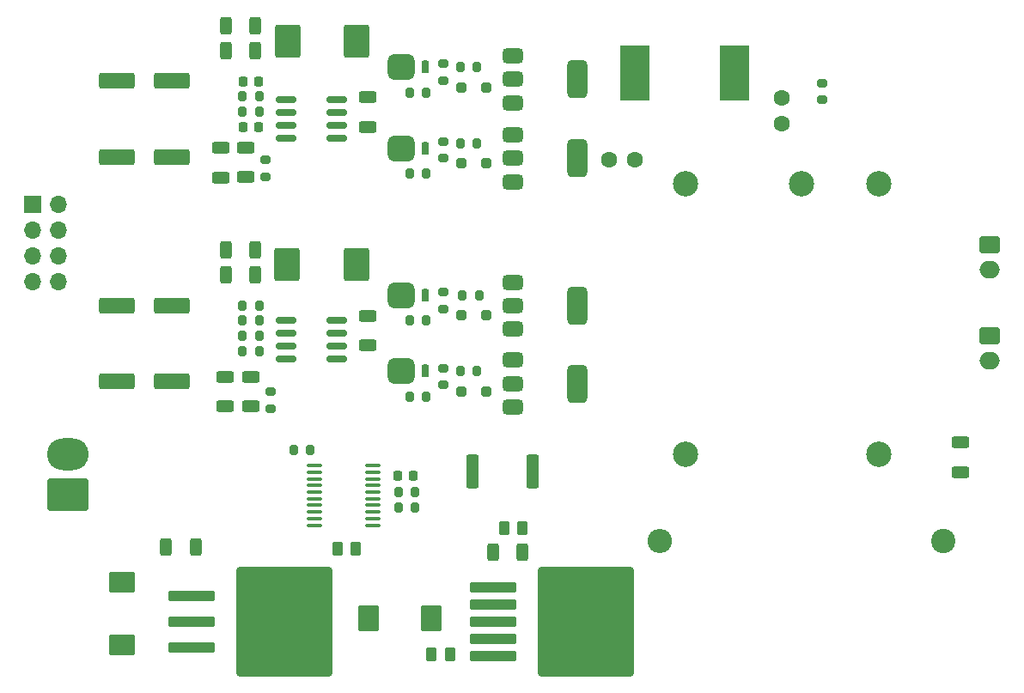
<source format=gbr>
%TF.GenerationSoftware,KiCad,Pcbnew,8.0.3-8.0.3-0~ubuntu20.04.1*%
%TF.CreationDate,2025-01-28T06:06:15-03:00*%
%TF.ProjectId,hv_pulse_generator,68765f70-756c-4736-955f-67656e657261,rev?*%
%TF.SameCoordinates,Original*%
%TF.FileFunction,Soldermask,Top*%
%TF.FilePolarity,Negative*%
%FSLAX46Y46*%
G04 Gerber Fmt 4.6, Leading zero omitted, Abs format (unit mm)*
G04 Created by KiCad (PCBNEW 8.0.3-8.0.3-0~ubuntu20.04.1) date 2025-01-28 06:06:15*
%MOMM*%
%LPD*%
G01*
G04 APERTURE LIST*
G04 Aperture macros list*
%AMRoundRect*
0 Rectangle with rounded corners*
0 $1 Rounding radius*
0 $2 $3 $4 $5 $6 $7 $8 $9 X,Y pos of 4 corners*
0 Add a 4 corners polygon primitive as box body*
4,1,4,$2,$3,$4,$5,$6,$7,$8,$9,$2,$3,0*
0 Add four circle primitives for the rounded corners*
1,1,$1+$1,$2,$3*
1,1,$1+$1,$4,$5*
1,1,$1+$1,$6,$7*
1,1,$1+$1,$8,$9*
0 Add four rect primitives between the rounded corners*
20,1,$1+$1,$2,$3,$4,$5,0*
20,1,$1+$1,$4,$5,$6,$7,0*
20,1,$1+$1,$6,$7,$8,$9,0*
20,1,$1+$1,$8,$9,$2,$3,0*%
G04 Aperture macros list end*
%ADD10RoundRect,0.225000X-0.225000X-0.250000X0.225000X-0.250000X0.225000X0.250000X-0.225000X0.250000X0*%
%ADD11RoundRect,0.250000X-0.625000X0.312500X-0.625000X-0.312500X0.625000X-0.312500X0.625000X0.312500X0*%
%ADD12RoundRect,0.250000X-0.312500X-0.625000X0.312500X-0.625000X0.312500X0.625000X-0.312500X0.625000X0*%
%ADD13RoundRect,0.200000X0.275000X-0.200000X0.275000X0.200000X-0.275000X0.200000X-0.275000X-0.200000X0*%
%ADD14RoundRect,0.200000X0.200000X0.275000X-0.200000X0.275000X-0.200000X-0.275000X0.200000X-0.275000X0*%
%ADD15RoundRect,0.250000X1.800000X-1.330000X1.800000X1.330000X-1.800000X1.330000X-1.800000X-1.330000X0*%
%ADD16O,4.100000X3.160000*%
%ADD17RoundRect,0.200000X-0.200000X-0.275000X0.200000X-0.275000X0.200000X0.275000X-0.200000X0.275000X0*%
%ADD18RoundRect,0.250000X-1.000000X1.400000X-1.000000X-1.400000X1.000000X-1.400000X1.000000X1.400000X0*%
%ADD19RoundRect,0.375000X-0.625000X-0.375000X0.625000X-0.375000X0.625000X0.375000X-0.625000X0.375000X0*%
%ADD20RoundRect,0.500000X-0.500000X-1.400000X0.500000X-1.400000X0.500000X1.400000X-0.500000X1.400000X0*%
%ADD21RoundRect,0.250000X-0.262500X-0.450000X0.262500X-0.450000X0.262500X0.450000X-0.262500X0.450000X0*%
%ADD22RoundRect,0.200000X-0.275000X0.200000X-0.275000X-0.200000X0.275000X-0.200000X0.275000X0.200000X0*%
%ADD23R,1.700000X1.700000*%
%ADD24O,1.700000X1.700000*%
%ADD25RoundRect,0.250000X-0.750000X0.600000X-0.750000X-0.600000X0.750000X-0.600000X0.750000X0.600000X0*%
%ADD26O,2.000000X1.700000*%
%ADD27C,2.500000*%
%ADD28C,2.400000*%
%ADD29O,2.400000X2.400000*%
%ADD30RoundRect,0.250000X0.250000X0.250000X-0.250000X0.250000X-0.250000X-0.250000X0.250000X-0.250000X0*%
%ADD31RoundRect,0.250000X-0.250000X-0.250000X0.250000X-0.250000X0.250000X0.250000X-0.250000X0.250000X0*%
%ADD32RoundRect,0.150000X-0.825000X-0.150000X0.825000X-0.150000X0.825000X0.150000X-0.825000X0.150000X0*%
%ADD33RoundRect,0.100000X-0.637500X-0.100000X0.637500X-0.100000X0.637500X0.100000X-0.637500X0.100000X0*%
%ADD34RoundRect,0.250000X1.500000X0.550000X-1.500000X0.550000X-1.500000X-0.550000X1.500000X-0.550000X0*%
%ADD35RoundRect,0.635000X-0.700000X-0.635000X0.700000X-0.635000X0.700000X0.635000X-0.700000X0.635000X0*%
%ADD36RoundRect,0.190000X-0.190000X-0.445000X0.190000X-0.445000X0.190000X0.445000X-0.190000X0.445000X0*%
%ADD37RoundRect,0.225000X0.225000X0.250000X-0.225000X0.250000X-0.225000X-0.250000X0.225000X-0.250000X0*%
%ADD38RoundRect,0.250000X-2.050000X-0.300000X2.050000X-0.300000X2.050000X0.300000X-2.050000X0.300000X0*%
%ADD39RoundRect,0.250002X-4.449998X-5.149998X4.449998X-5.149998X4.449998X5.149998X-4.449998X5.149998X0*%
%ADD40R,2.900000X5.400000*%
%ADD41RoundRect,0.250000X1.025000X-0.787500X1.025000X0.787500X-1.025000X0.787500X-1.025000X-0.787500X0*%
%ADD42RoundRect,0.250000X0.787500X1.025000X-0.787500X1.025000X-0.787500X-1.025000X0.787500X-1.025000X0*%
%ADD43RoundRect,0.250000X-0.362500X-1.425000X0.362500X-1.425000X0.362500X1.425000X-0.362500X1.425000X0*%
%ADD44C,1.600000*%
G04 APERTURE END LIST*
D10*
%TO.C,C31*%
X88150000Y-111150000D03*
X89700000Y-111150000D03*
%TD*%
D11*
%TO.C,C19*%
X71175000Y-101377500D03*
X71175000Y-104302500D03*
%TD*%
D12*
%TO.C,R30*%
X71212500Y-91340000D03*
X74137500Y-91340000D03*
%TD*%
D11*
%TO.C,C4*%
X85175000Y-95377500D03*
X85175000Y-98302500D03*
%TD*%
D13*
%TO.C,R7*%
X92675000Y-102165000D03*
X92675000Y-100515000D03*
%TD*%
D14*
%TO.C,R25*%
X91000000Y-103340000D03*
X89350000Y-103340000D03*
%TD*%
D15*
%TO.C,J7*%
X55650000Y-113000000D03*
D16*
X55650000Y-109040000D03*
%TD*%
D17*
%TO.C,R6*%
X72850000Y-75250000D03*
X74500000Y-75250000D03*
%TD*%
D18*
%TO.C,D2*%
X84075000Y-90340000D03*
X77275000Y-90340000D03*
%TD*%
D19*
%TO.C,Q1*%
X99525000Y-69752500D03*
X99525000Y-72052500D03*
X99525000Y-74352500D03*
D20*
X105825000Y-72052500D03*
%TD*%
D14*
%TO.C,R27*%
X74500000Y-95840000D03*
X72850000Y-95840000D03*
%TD*%
D21*
%TO.C,R14*%
X91512500Y-128750000D03*
X93337500Y-128750000D03*
%TD*%
D22*
%TO.C,R8*%
X92675000Y-93015000D03*
X92675000Y-94665000D03*
%TD*%
D23*
%TO.C,J8*%
X52225000Y-84375000D03*
D24*
X54765000Y-84375000D03*
X52225000Y-86915000D03*
X54765000Y-86915000D03*
X52225000Y-89455000D03*
X54765000Y-89455000D03*
X52225000Y-91995000D03*
X54765000Y-91995000D03*
%TD*%
D17*
%TO.C,R4*%
X94550000Y-93340000D03*
X96200000Y-93340000D03*
%TD*%
D25*
%TO.C,J3*%
X146500000Y-97325000D03*
D26*
X146500000Y-99825000D03*
%TD*%
D27*
%TO.C,T1*%
X135570000Y-82375000D03*
X127950000Y-82375000D03*
X116520000Y-109045000D03*
X116520000Y-82375000D03*
X135570000Y-109045000D03*
%TD*%
D28*
%TO.C,R11*%
X141915000Y-117600000D03*
D29*
X113975000Y-117600000D03*
%TD*%
D11*
%TO.C,C23*%
X70700000Y-78787500D03*
X70700000Y-81712500D03*
%TD*%
D17*
%TO.C,R20*%
X77925000Y-108575000D03*
X79575000Y-108575000D03*
%TD*%
D11*
%TO.C,C24*%
X73200000Y-78750000D03*
X73200000Y-81675000D03*
%TD*%
D14*
%TO.C,C16*%
X74500000Y-94340000D03*
X72850000Y-94340000D03*
%TD*%
D30*
%TO.C,D7*%
X96925000Y-95340000D03*
X94425000Y-95340000D03*
%TD*%
D31*
%TO.C,D6*%
X94425000Y-80340000D03*
X96925000Y-80340000D03*
%TD*%
D12*
%TO.C,R22*%
X71212500Y-88840000D03*
X74137500Y-88840000D03*
%TD*%
D22*
%TO.C,C120*%
X129975000Y-72400000D03*
X129975000Y-74050000D03*
%TD*%
D32*
%TO.C,U2*%
X77200000Y-74035000D03*
X77200000Y-75305000D03*
X77200000Y-76575000D03*
X77200000Y-77845000D03*
X82150000Y-77845000D03*
X82150000Y-76575000D03*
X82150000Y-75305000D03*
X82150000Y-74035000D03*
%TD*%
D21*
%TO.C,R13*%
X82212500Y-118350000D03*
X84037500Y-118350000D03*
%TD*%
D33*
%TO.C,U6*%
X79975000Y-110150000D03*
X79975000Y-110800000D03*
X79975000Y-111450000D03*
X79975000Y-112100000D03*
X79975000Y-112750000D03*
X79975000Y-113400000D03*
X79975000Y-114050000D03*
X79975000Y-114700000D03*
X79975000Y-115350000D03*
X79975000Y-116000000D03*
X85700000Y-116000000D03*
X85700000Y-115350000D03*
X85700000Y-114700000D03*
X85700000Y-114050000D03*
X85700000Y-113400000D03*
X85700000Y-112750000D03*
X85700000Y-112100000D03*
X85700000Y-111450000D03*
X85700000Y-110800000D03*
X85700000Y-110150000D03*
%TD*%
D18*
%TO.C,D3*%
X84100000Y-68250000D03*
X77300000Y-68250000D03*
%TD*%
D13*
%TO.C,R34*%
X92675000Y-79840000D03*
X92675000Y-78190000D03*
%TD*%
D12*
%TO.C,R2*%
X71212500Y-66750000D03*
X74137500Y-66750000D03*
%TD*%
D34*
%TO.C,C2*%
X65875000Y-101840000D03*
X60475000Y-101840000D03*
%TD*%
D35*
%TO.C,D4*%
X88520000Y-78840000D03*
D36*
X90875000Y-78840000D03*
%TD*%
D11*
%TO.C,C22*%
X85175000Y-73825000D03*
X85175000Y-76750000D03*
%TD*%
D10*
%TO.C,C21*%
X72900000Y-76750000D03*
X74450000Y-76750000D03*
%TD*%
D14*
%TO.C,R31*%
X91000000Y-81340000D03*
X89350000Y-81340000D03*
%TD*%
D37*
%TO.C,C26*%
X74450000Y-72250000D03*
X72900000Y-72250000D03*
%TD*%
D25*
%TO.C,J1*%
X146500000Y-88350000D03*
D26*
X146500000Y-90850000D03*
%TD*%
D22*
%TO.C,C18*%
X75675000Y-102840000D03*
X75675000Y-104490000D03*
%TD*%
D34*
%TO.C,C5*%
X65875000Y-79700000D03*
X60475000Y-79700000D03*
%TD*%
D21*
%TO.C,C6*%
X98637500Y-116275000D03*
X100462500Y-116275000D03*
%TD*%
D12*
%TO.C,R1*%
X71212500Y-69250000D03*
X74137500Y-69250000D03*
%TD*%
D38*
%TO.C,U3*%
X97575000Y-122125000D03*
X97575000Y-123825000D03*
X97575000Y-125525000D03*
D39*
X106725000Y-125525000D03*
D38*
X97575000Y-127225000D03*
X97575000Y-128925000D03*
%TD*%
D31*
%TO.C,D5*%
X94425000Y-72840000D03*
X96925000Y-72840000D03*
%TD*%
D40*
%TO.C,L7*%
X111500000Y-71450000D03*
X121400000Y-71450000D03*
%TD*%
D41*
%TO.C,C9*%
X61000000Y-127837500D03*
X61000000Y-121612500D03*
%TD*%
D35*
%TO.C,D11*%
X88520000Y-100840000D03*
D36*
X90875000Y-100840000D03*
%TD*%
D35*
%TO.C,D10*%
X88520000Y-93340000D03*
D36*
X90875000Y-93340000D03*
%TD*%
D12*
%TO.C,C1*%
X97537500Y-118675000D03*
X100462500Y-118675000D03*
%TD*%
D14*
%TO.C,R23*%
X74500000Y-73750000D03*
X72850000Y-73750000D03*
%TD*%
D17*
%TO.C,R10*%
X94350000Y-100840000D03*
X96000000Y-100840000D03*
%TD*%
D19*
%TO.C,Q6*%
X99525000Y-77540000D03*
X99525000Y-79840000D03*
X99525000Y-82140000D03*
D20*
X105825000Y-79840000D03*
%TD*%
D17*
%TO.C,R28*%
X88225000Y-112750000D03*
X89875000Y-112750000D03*
%TD*%
%TO.C,R35*%
X94350000Y-78340000D03*
X96000000Y-78340000D03*
%TD*%
D11*
%TO.C,C20*%
X73675000Y-101377500D03*
X73675000Y-104302500D03*
%TD*%
D35*
%TO.C,D1*%
X88520000Y-70840000D03*
D36*
X90875000Y-70840000D03*
%TD*%
D42*
%TO.C,C7*%
X91512500Y-125150000D03*
X85287500Y-125150000D03*
%TD*%
D38*
%TO.C,U4*%
X67850000Y-122960000D03*
X67850000Y-125500000D03*
X67850000Y-128040000D03*
D39*
X77000000Y-125500000D03*
%TD*%
D32*
%TO.C,U1*%
X77200000Y-95800000D03*
X77200000Y-97070000D03*
X77200000Y-98340000D03*
X77200000Y-99610000D03*
X82150000Y-99610000D03*
X82150000Y-98340000D03*
X82150000Y-97070000D03*
X82150000Y-95800000D03*
%TD*%
D43*
%TO.C,R17*%
X95562500Y-110725000D03*
X101487500Y-110725000D03*
%TD*%
D19*
%TO.C,Q4*%
X99525000Y-99740000D03*
X99525000Y-102040000D03*
X99525000Y-104340000D03*
D20*
X105825000Y-102040000D03*
%TD*%
D17*
%TO.C,R26*%
X72850000Y-97340000D03*
X74500000Y-97340000D03*
%TD*%
D14*
%TO.C,R24*%
X91000000Y-95840000D03*
X89350000Y-95840000D03*
%TD*%
D19*
%TO.C,Q3*%
X99525000Y-92040000D03*
X99525000Y-94340000D03*
X99525000Y-96640000D03*
D20*
X105825000Y-94340000D03*
%TD*%
D17*
%TO.C,R21*%
X88225000Y-114250000D03*
X89875000Y-114250000D03*
%TD*%
D11*
%TO.C,R12*%
X143650000Y-107850000D03*
X143650000Y-110775000D03*
%TD*%
D14*
%TO.C,R3*%
X91000000Y-73340000D03*
X89350000Y-73340000D03*
%TD*%
D34*
%TO.C,C17*%
X65875000Y-94340000D03*
X60475000Y-94340000D03*
%TD*%
D13*
%TO.C,R5*%
X92675000Y-72165000D03*
X92675000Y-70515000D03*
%TD*%
D44*
%TO.C,C10*%
X126025000Y-73900000D03*
X126025000Y-76400000D03*
%TD*%
%TO.C,C11*%
X109000000Y-80000000D03*
X111500000Y-80000000D03*
%TD*%
D17*
%TO.C,C14*%
X72850000Y-98840000D03*
X74500000Y-98840000D03*
%TD*%
D22*
%TO.C,C25*%
X75175000Y-80015000D03*
X75175000Y-81665000D03*
%TD*%
D31*
%TO.C,D9*%
X94425000Y-102840000D03*
X96925000Y-102840000D03*
%TD*%
D17*
%TO.C,R9*%
X94350000Y-70840000D03*
X96000000Y-70840000D03*
%TD*%
D12*
%TO.C,C8*%
X65312500Y-118175000D03*
X68237500Y-118175000D03*
%TD*%
D34*
%TO.C,C3*%
X65875000Y-72225000D03*
X60475000Y-72225000D03*
%TD*%
M02*

</source>
